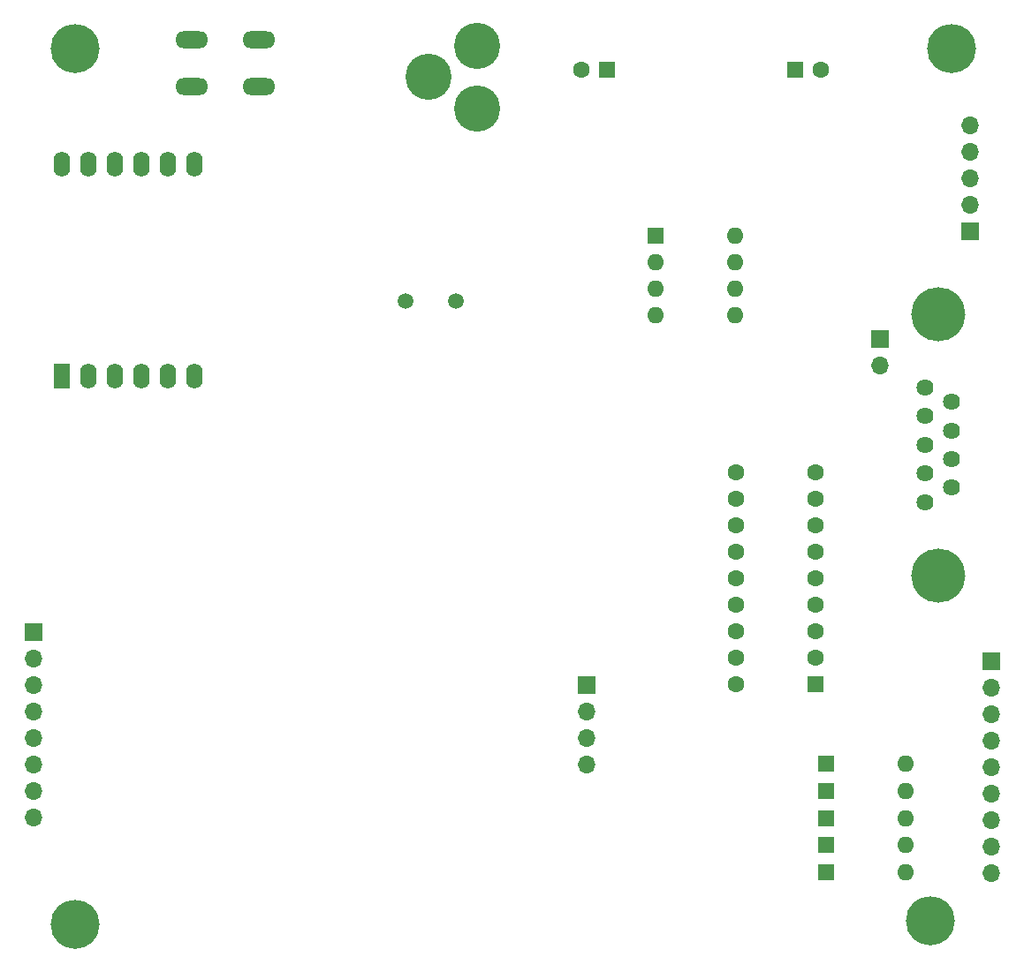
<source format=gbs>
G04 #@! TF.GenerationSoftware,KiCad,Pcbnew,8.0.6*
G04 #@! TF.CreationDate,2025-01-15T22:13:11-05:00*
G04 #@! TF.ProjectId,RL78_G24_Rev3,524c3738-5f47-4323-945f-526576332e6b,rev?*
G04 #@! TF.SameCoordinates,Original*
G04 #@! TF.FileFunction,Soldermask,Bot*
G04 #@! TF.FilePolarity,Negative*
%FSLAX46Y46*%
G04 Gerber Fmt 4.6, Leading zero omitted, Abs format (unit mm)*
G04 Created by KiCad (PCBNEW 8.0.6) date 2025-01-15 22:13:11*
%MOMM*%
%LPD*%
G01*
G04 APERTURE LIST*
%ADD10R,1.700000X1.700000*%
%ADD11O,1.700000X1.700000*%
%ADD12C,4.700000*%
%ADD13C,4.419600*%
%ADD14R,1.600000X1.600000*%
%ADD15O,1.600000X1.600000*%
%ADD16C,1.500000*%
%ADD17C,1.600000*%
%ADD18R,1.600000X2.400000*%
%ADD19O,1.600000X2.400000*%
%ADD20O,3.149600X1.625600*%
%ADD21C,1.625600*%
%ADD22C,5.181600*%
G04 APERTURE END LIST*
D10*
X155177000Y-100898000D03*
D11*
X155177000Y-103438000D03*
D12*
X78000000Y-73000000D03*
X162000000Y-73000000D03*
X78000000Y-157000000D03*
X159997000Y-156643000D03*
D13*
X116550000Y-72750000D03*
X111850000Y-75750000D03*
X116550000Y-78750000D03*
D14*
X150000000Y-149400000D03*
D15*
X157620000Y-149400000D03*
D16*
X109650000Y-97250000D03*
X114530000Y-97250000D03*
D14*
X147000000Y-75000000D03*
D17*
X149500000Y-75000000D03*
D18*
X76750000Y-104390000D03*
D19*
X79290000Y-104390000D03*
X81830000Y-104390000D03*
X84370000Y-104390000D03*
X86910000Y-104390000D03*
X89450000Y-104390000D03*
X89450000Y-84070000D03*
X86910000Y-84070000D03*
X84370000Y-84070000D03*
X81830000Y-84070000D03*
X79290000Y-84070000D03*
X76750000Y-84070000D03*
D14*
X150000000Y-152000000D03*
D15*
X157620000Y-152000000D03*
D14*
X150000000Y-144200000D03*
D15*
X157620000Y-144200000D03*
D20*
X89150000Y-72128800D03*
X95652400Y-72128800D03*
X89150000Y-76650000D03*
X95652400Y-76650000D03*
D10*
X74000000Y-129000000D03*
D11*
X74000000Y-131540000D03*
X74000000Y-134080000D03*
X74000000Y-136620000D03*
X74000000Y-139160000D03*
X74000000Y-141700000D03*
X74000000Y-144240000D03*
X74000000Y-146780000D03*
D14*
X129000000Y-75000000D03*
D17*
X126500000Y-75000000D03*
D21*
X159430000Y-105513600D03*
X159430000Y-108256800D03*
X159430000Y-111000000D03*
X159430000Y-113743200D03*
X159430000Y-116486400D03*
X161970000Y-106885200D03*
X161970000Y-109628400D03*
X161970000Y-112371600D03*
X161970000Y-115114800D03*
D22*
X160700000Y-98477800D03*
X160700000Y-123522200D03*
D14*
X133675000Y-90975000D03*
D15*
X133675000Y-93515000D03*
X133675000Y-96055000D03*
X133675000Y-98595000D03*
X141295000Y-98595000D03*
X141295000Y-96055000D03*
X141295000Y-93515000D03*
X141295000Y-90975000D03*
D14*
X150000000Y-141600000D03*
D15*
X157620000Y-141600000D03*
D14*
X149000000Y-134000000D03*
D17*
X149000000Y-131460000D03*
X149000000Y-128920000D03*
X149000000Y-126380000D03*
X149000000Y-123840000D03*
X149000000Y-121300000D03*
X149000000Y-118760000D03*
X149000000Y-116220000D03*
X149000000Y-113680000D03*
X141380000Y-113680000D03*
X141380000Y-116220000D03*
X141380000Y-118760000D03*
X141380000Y-121300000D03*
X141380000Y-123840000D03*
X141380000Y-126380000D03*
X141380000Y-128920000D03*
X141380000Y-131460000D03*
X141380000Y-134000000D03*
D10*
X127000000Y-134080000D03*
D11*
X127000000Y-136620000D03*
X127000000Y-139160000D03*
X127000000Y-141700000D03*
D14*
X150000000Y-146800000D03*
D15*
X157620000Y-146800000D03*
D10*
X163750000Y-90560000D03*
D11*
X163750000Y-88020000D03*
X163750000Y-85480000D03*
X163750000Y-82940000D03*
X163750000Y-80400000D03*
D10*
X165800000Y-131740000D03*
D11*
X165800000Y-134280000D03*
X165800000Y-136820000D03*
X165800000Y-139360000D03*
X165800000Y-141900000D03*
X165800000Y-144440000D03*
X165800000Y-146980000D03*
X165800000Y-149520000D03*
X165800000Y-152060000D03*
M02*

</source>
